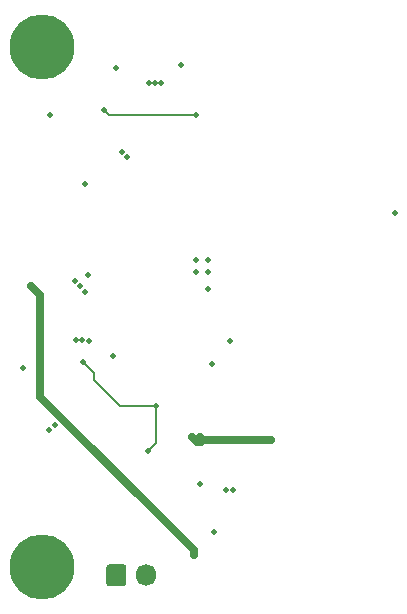
<source format=gbr>
G04 #@! TF.GenerationSoftware,KiCad,Pcbnew,(5.1.9)-1*
G04 #@! TF.CreationDate,2021-02-02T20:04:29-05:00*
G04 #@! TF.ProjectId,ZeroPilot,5a65726f-5069-46c6-9f74-2e6b69636164,rev?*
G04 #@! TF.SameCoordinates,Original*
G04 #@! TF.FileFunction,Copper,L4,Bot*
G04 #@! TF.FilePolarity,Positive*
%FSLAX46Y46*%
G04 Gerber Fmt 4.6, Leading zero omitted, Abs format (unit mm)*
G04 Created by KiCad (PCBNEW (5.1.9)-1) date 2021-02-02 20:04:29*
%MOMM*%
%LPD*%
G01*
G04 APERTURE LIST*
G04 #@! TA.AperFunction,ComponentPad*
%ADD10O,1.700000X1.850000*%
G04 #@! TD*
G04 #@! TA.AperFunction,ComponentPad*
%ADD11C,5.500000*%
G04 #@! TD*
G04 #@! TA.AperFunction,ViaPad*
%ADD12C,0.508000*%
G04 #@! TD*
G04 #@! TA.AperFunction,Conductor*
%ADD13C,0.635000*%
G04 #@! TD*
G04 #@! TA.AperFunction,Conductor*
%ADD14C,0.203200*%
G04 #@! TD*
G04 APERTURE END LIST*
D10*
X61771000Y-147714000D03*
G04 #@! TA.AperFunction,ComponentPad*
G36*
G01*
X58421000Y-148389000D02*
X58421000Y-147039000D01*
G75*
G02*
X58671000Y-146789000I250000J0D01*
G01*
X59871000Y-146789000D01*
G75*
G02*
X60121000Y-147039000I0J-250000D01*
G01*
X60121000Y-148389000D01*
G75*
G02*
X59871000Y-148639000I-250000J0D01*
G01*
X58671000Y-148639000D01*
G75*
G02*
X58421000Y-148389000I0J250000D01*
G01*
G37*
G04 #@! TD.AperFunction*
D11*
X53000000Y-147000000D03*
X53000000Y-103000000D03*
D12*
X66320000Y-135967000D03*
X72339799Y-136271799D03*
X71729201Y-136271799D03*
X71094201Y-136271799D03*
X65684000Y-135967000D03*
X68542000Y-140475000D03*
X69190000Y-140462000D03*
X66383000Y-139967000D03*
X67526000Y-144031000D03*
X53556006Y-135395000D03*
X54044625Y-134994625D03*
X51397000Y-130188000D03*
X56858000Y-122314000D03*
X53683000Y-108725000D03*
X59271000Y-104788000D03*
X59017000Y-129172000D03*
X60160000Y-112281000D03*
X59779000Y-111900000D03*
X67373600Y-129807000D03*
X64732000Y-104534000D03*
X67078960Y-123436680D03*
X82842200Y-117005400D03*
X55753000Y-122809000D03*
X56642000Y-114554000D03*
X56985000Y-127902000D03*
X62078000Y-106045000D03*
X62586000Y-106045000D03*
X63094000Y-106045000D03*
X56185000Y-123241000D03*
X56629500Y-123685500D03*
X55842300Y-127774700D03*
X56350300Y-127774700D03*
X58255000Y-108344000D03*
X66002000Y-108725000D03*
X68923000Y-127902000D03*
X67000000Y-121000000D03*
X66000000Y-121000000D03*
X66000000Y-122000000D03*
X67000000Y-122000000D03*
X52832000Y-123951996D03*
X65659000Y-145415000D03*
X65240100Y-144996100D03*
X65854000Y-145957000D03*
X52438502Y-123558498D03*
X52057502Y-123177498D03*
X62611000Y-133350000D03*
X56477000Y-129680000D03*
X61938000Y-137173000D03*
D13*
X66624799Y-136271799D02*
X71094201Y-136271799D01*
X66320000Y-135967000D02*
X66624799Y-136271799D01*
X72339799Y-136271799D02*
X72339799Y-136271799D01*
X71729201Y-136271799D02*
X72339799Y-136271799D01*
X71094201Y-136271799D02*
X71729201Y-136271799D01*
X65684000Y-135967000D02*
X66128000Y-136411000D01*
X66485598Y-136411000D02*
X66624799Y-136271799D01*
X66128000Y-136411000D02*
X66485598Y-136411000D01*
D14*
X58255000Y-108344000D02*
X58636000Y-108725000D01*
X58636000Y-108725000D02*
X66002000Y-108725000D01*
D13*
X52832000Y-132588000D02*
X52832000Y-125388836D01*
X52832000Y-125388836D02*
X52832000Y-123951996D01*
X65240100Y-144996100D02*
X52832000Y-132588000D01*
X65240100Y-144996100D02*
X65659000Y-145415000D01*
X65854000Y-145610000D02*
X65854000Y-145957000D01*
X65659000Y-145415000D02*
X65854000Y-145610000D01*
X52832000Y-123951996D02*
X52057502Y-123177498D01*
D14*
X59563000Y-133350000D02*
X62611000Y-133350000D01*
X57391500Y-130594500D02*
X57391500Y-131178500D01*
X56477000Y-129680000D02*
X57391500Y-130594500D01*
X57391500Y-131178500D02*
X59563000Y-133350000D01*
X62611000Y-136500000D02*
X62611000Y-133350000D01*
X61938000Y-137173000D02*
X62611000Y-136500000D01*
M02*

</source>
